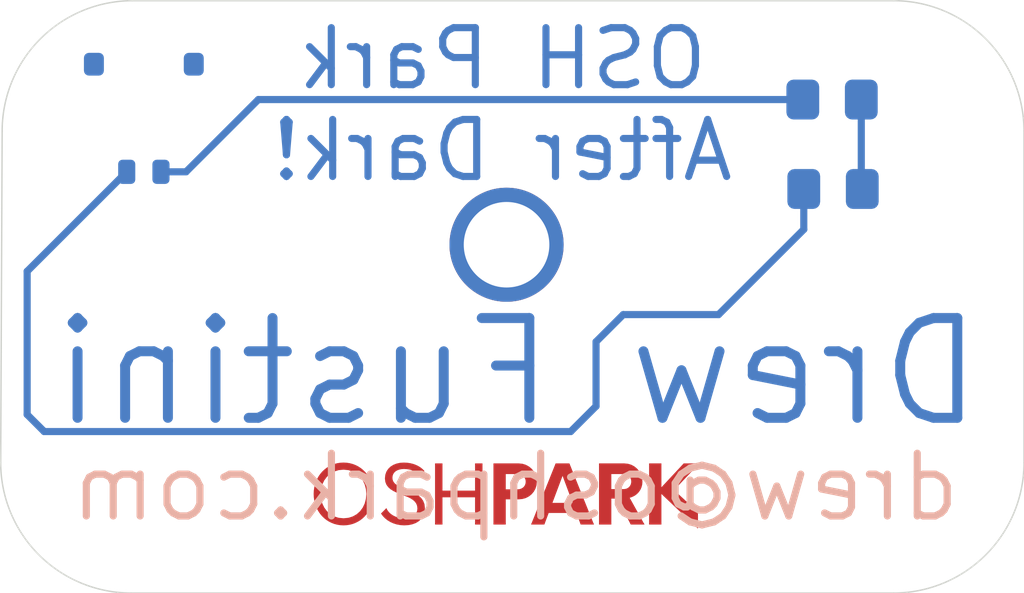
<source format=kicad_pcb>
(kicad_pcb (version 20171130) (host pcbnew 5.1.4-e60b266~84~ubuntu19.04.1)

  (general
    (thickness 1.6)
    (drawings 13)
    (tracks 16)
    (zones 0)
    (modules 4)
    (nets 1)
  )

  (page A4)
  (layers
    (0 F.Cu signal)
    (31 B.Cu signal hide)
    (32 B.Adhes user)
    (33 F.Adhes user)
    (34 B.Paste user)
    (35 F.Paste user)
    (36 B.SilkS user hide)
    (37 F.SilkS user)
    (38 B.Mask user hide)
    (39 F.Mask user)
    (40 Dwgs.User user)
    (41 Cmts.User user)
    (42 Eco1.User user)
    (43 Eco2.User user)
    (44 Edge.Cuts user)
    (45 Margin user)
    (46 B.CrtYd user)
    (47 F.CrtYd user)
    (48 B.Fab user)
    (49 F.Fab user)
  )

  (setup
    (last_trace_width 0.25)
    (trace_clearance 0.2)
    (zone_clearance 0.508)
    (zone_45_only no)
    (trace_min 0.2)
    (via_size 0.8)
    (via_drill 0.4)
    (via_min_size 0.4)
    (via_min_drill 0.3)
    (uvia_size 0.3)
    (uvia_drill 0.1)
    (uvias_allowed no)
    (uvia_min_size 0.2)
    (uvia_min_drill 0.1)
    (edge_width 0.05)
    (segment_width 0.2)
    (pcb_text_width 0.3)
    (pcb_text_size 1.5 1.5)
    (mod_edge_width 0.12)
    (mod_text_size 1 1)
    (mod_text_width 0.15)
    (pad_size 1.524 1.524)
    (pad_drill 0.762)
    (pad_to_mask_clearance 0.051)
    (solder_mask_min_width 0.25)
    (aux_axis_origin 0 0)
    (visible_elements FFFFEF7F)
    (pcbplotparams
      (layerselection 0x010fc_ffffffff)
      (usegerberextensions false)
      (usegerberattributes false)
      (usegerberadvancedattributes false)
      (creategerberjobfile false)
      (excludeedgelayer true)
      (linewidth 0.100000)
      (plotframeref false)
      (viasonmask false)
      (mode 1)
      (useauxorigin false)
      (hpglpennumber 1)
      (hpglpenspeed 20)
      (hpglpendiameter 15.000000)
      (psnegative false)
      (psa4output false)
      (plotreference true)
      (plotvalue true)
      (plotinvisibletext false)
      (padsonsilk false)
      (subtractmaskfromsilk false)
      (outputformat 1)
      (mirror false)
      (drillshape 1)
      (scaleselection 1)
      (outputdirectory ""))
  )

  (net 0 "")

  (net_class Default "This is the default net class."
    (clearance 0.2)
    (trace_width 0.25)
    (via_dia 0.8)
    (via_drill 0.4)
    (uvia_dia 0.3)
    (uvia_drill 0.1)
  )

  (module Connector_JST:JST_ACH_BM02B-ACHSS-GAN-ETF_1x02-1MP_P1.20mm_Vertical (layer B.Cu) (tedit 5DE801C1) (tstamp 5DE8C4FD)
    (at 131.7117 65.8495)
    (descr "JST ACH series connector, BM02B-ACHSS-GAN-ETF (http://www.jst-mfg.com/product/pdf/eng/eACH.pdf), generated with kicad-footprint-generator")
    (tags "connector JST ACH vertical")
    (attr smd)
    (fp_text reference REF** (at 0 3.5) (layer B.SilkS) hide
      (effects (font (size 1 1) (thickness 0.15)) (justify mirror))
    )
    (fp_text value JST_ACH_BM02B-ACHSS-GAN-ETF_1x02-1MP_P1.20mm_Vertical (at 0 -3.5) (layer B.Fab) hide
      (effects (font (size 1 1) (thickness 0.15)) (justify mirror))
    )
    (fp_text user %R (at 0 0) (layer B.Fab) hide
      (effects (font (size 1 1) (thickness 0.15)) (justify mirror))
    )
    (fp_line (start -0.6 1.292893) (end -0.1 2) (layer B.Fab) (width 0.1))
    (fp_line (start -1.1 2) (end -0.6 1.292893) (layer B.Fab) (width 0.1))
    (fp_line (start 2.6 2.8) (end -2.6 2.8) (layer B.CrtYd) (width 0.05))
    (fp_line (start 2.6 -2.8) (end 2.6 2.8) (layer B.CrtYd) (width 0.05))
    (fp_line (start -2.6 -2.8) (end 2.6 -2.8) (layer B.CrtYd) (width 0.05))
    (fp_line (start -2.6 2.8) (end -2.6 -2.8) (layer B.CrtYd) (width 0.05))
    (fp_line (start 2.1 2) (end 2.1 -2.3) (layer B.Fab) (width 0.1))
    (fp_line (start -2.1 2) (end -2.1 -2.3) (layer B.Fab) (width 0.1))
    (fp_line (start 0.9 -2.3) (end 2.1 -2.3) (layer B.Fab) (width 0.1))
    (fp_line (start 0.5 -1.8) (end 0.9 -2.3) (layer B.Fab) (width 0.1))
    (fp_line (start -0.5 -1.8) (end 0.5 -1.8) (layer B.Fab) (width 0.1))
    (fp_line (start -0.9 -2.3) (end -0.5 -1.8) (layer B.Fab) (width 0.1))
    (fp_line (start -2.1 -2.3) (end -0.9 -2.3) (layer B.Fab) (width 0.1))
    (fp_line (start -2.1 2) (end 2.1 2) (layer B.Fab) (width 0.1))
    (pad MP smd roundrect (at 1.75 -1.9) (size 0.7 0.8) (layers B.Cu B.Paste B.Mask) (roundrect_rratio 0.25))
    (pad MP smd roundrect (at -1.75 -1.9) (size 0.7 0.8) (layers B.Cu B.Paste B.Mask) (roundrect_rratio 0.25))
    (pad 2 smd roundrect (at 0.6 1.875) (size 0.6 0.85) (layers B.Cu B.Paste B.Mask) (roundrect_rratio 0.25))
    (pad 1 smd roundrect (at -0.6 1.875) (size 0.6 0.85) (layers B.Cu B.Paste B.Mask) (roundrect_rratio 0.25))
    (model ${KISYS3DMOD}/Connector_JST.3dshapes/JST_ACH_BM02B-ACHSS-GAN-ETF_1x02-1MP_P1.20mm_Vertical.wrl
      (at (xyz 0 0 0))
      (scale (xyz 1 1 1))
      (rotate (xyz 0 0 0))
    )
  )

  (module Capacitor_SMD:C_0805_2012Metric_Pad1.15x1.40mm_HandSolder (layer B.Cu) (tedit 5DE80171) (tstamp 5DE89C17)
    (at 155.8327 65.1891)
    (descr "Capacitor SMD 0805 (2012 Metric), square (rectangular) end terminal, IPC_7351 nominal with elongated pad for handsoldering. (Body size source: https://docs.google.com/spreadsheets/d/1BsfQQcO9C6DZCsRaXUlFlo91Tg2WpOkGARC1WS5S8t0/edit?usp=sharing), generated with kicad-footprint-generator")
    (tags "capacitor handsolder")
    (attr smd)
    (fp_text reference REF** (at 0 1.65) (layer B.SilkS) hide
      (effects (font (size 1 1) (thickness 0.15)) (justify mirror))
    )
    (fp_text value C_0805_2012Metric_Pad1.15x1.40mm_HandSolder (at 0 -1.65) (layer B.Fab) hide
      (effects (font (size 1 1) (thickness 0.15)) (justify mirror))
    )
    (fp_text user %R (at 0.2667 0.1397) (layer B.Fab) hide
      (effects (font (size 0.5 0.5) (thickness 0.08)) (justify mirror))
    )
    (fp_line (start 1.85 -0.95) (end -1.85 -0.95) (layer B.CrtYd) (width 0.05))
    (fp_line (start 1.85 0.95) (end 1.85 -0.95) (layer B.CrtYd) (width 0.05))
    (fp_line (start -1.85 0.95) (end 1.85 0.95) (layer B.CrtYd) (width 0.05))
    (fp_line (start -1.85 -0.95) (end -1.85 0.95) (layer B.CrtYd) (width 0.05))
    (fp_line (start 1 -0.6) (end -1 -0.6) (layer B.Fab) (width 0.1))
    (fp_line (start 1 0.6) (end 1 -0.6) (layer B.Fab) (width 0.1))
    (fp_line (start -1 0.6) (end 1 0.6) (layer B.Fab) (width 0.1))
    (fp_line (start -1 -0.6) (end -1 0.6) (layer B.Fab) (width 0.1))
    (pad 2 smd roundrect (at 1.025 0) (size 1.15 1.4) (layers B.Cu B.Paste B.Mask) (roundrect_rratio 0.217391))
    (pad 1 smd roundrect (at -1.025 0) (size 1.15 1.4) (layers B.Cu B.Paste B.Mask) (roundrect_rratio 0.217391))
    (model ${KISYS3DMOD}/Capacitor_SMD.3dshapes/C_0805_2012Metric.wrl
      (at (xyz 0 0 0))
      (scale (xyz 1 1 1))
      (rotate (xyz 0 0 0))
    )
  )

  (module LED_SMD:LED_0805_2012Metric_Pad1.15x1.40mm_HandSolder (layer B.Cu) (tedit 5DE8015F) (tstamp 5DE8C68C)
    (at 155.8671 68.326 180)
    (descr "LED SMD 0805 (2012 Metric), square (rectangular) end terminal, IPC_7351 nominal, (Body size source: https://docs.google.com/spreadsheets/d/1BsfQQcO9C6DZCsRaXUlFlo91Tg2WpOkGARC1WS5S8t0/edit?usp=sharing), generated with kicad-footprint-generator")
    (tags "LED handsolder")
    (attr smd)
    (fp_text reference REF** (at 0 1.65 180) (layer B.SilkS) hide
      (effects (font (size 1 1) (thickness 0.15)) (justify mirror))
    )
    (fp_text value LED_0805_2012Metric_Pad1.15x1.40mm_HandSolder (at 0 -1.65 180) (layer B.Fab) hide
      (effects (font (size 1 1) (thickness 0.15)) (justify mirror))
    )
    (fp_text user %R (at 0 0 180) (layer B.Fab) hide
      (effects (font (size 0.5 0.5) (thickness 0.08)) (justify mirror))
    )
    (fp_line (start 1.85 -0.95) (end -1.85 -0.95) (layer B.CrtYd) (width 0.05))
    (fp_line (start 1.85 0.95) (end 1.85 -0.95) (layer B.CrtYd) (width 0.05))
    (fp_line (start -1.85 0.95) (end 1.85 0.95) (layer B.CrtYd) (width 0.05))
    (fp_line (start -1.85 -0.95) (end -1.85 0.95) (layer B.CrtYd) (width 0.05))
    (fp_line (start 1 -0.6) (end 1 0.6) (layer B.Fab) (width 0.1))
    (fp_line (start -1 -0.6) (end 1 -0.6) (layer B.Fab) (width 0.1))
    (fp_line (start -1 0.3) (end -1 -0.6) (layer B.Fab) (width 0.1))
    (fp_line (start -0.7 0.6) (end -1 0.3) (layer B.Fab) (width 0.1))
    (fp_line (start 1 0.6) (end -0.7 0.6) (layer B.Fab) (width 0.1))
    (pad 2 smd roundrect (at 1.025 0 180) (size 1.15 1.4) (layers B.Cu B.Paste B.Mask) (roundrect_rratio 0.217391))
    (pad 1 smd roundrect (at -1.025 0 180) (size 1.15 1.4) (layers B.Cu B.Paste B.Mask) (roundrect_rratio 0.217391))
    (model ${KISYS3DMOD}/LED_SMD.3dshapes/LED_0805_2012Metric.wrl
      (at (xyz 0 0 0))
      (scale (xyz 1 1 1))
      (rotate (xyz 0 0 0))
    )
  )

  (module oshpark:OSH_small_silk (layer F.Cu) (tedit 5DE698FC) (tstamp 5D572782)
    (at 144.4244 71.8312)
    (descr "Imported from OSHPARK.svg")
    (tags svg2mod)
    (attr smd)
    (fp_text reference OSH_small (at 0 -11.457835) (layer F.Cu) hide
      (effects (font (size 1.524 1.524) (thickness 0.3048)))
    )
    (fp_text value G*** (at 0 11.457835) (layer F.Cu) hide
      (effects (font (size 1.524 1.524) (thickness 0.3048)))
    )
    (fp_poly (pts (xy 6.76111 6.120635) (xy 6.20884 6.120635) (xy 5.42765 6.959055) (xy 5.42765 6.120635)
      (xy 4.99557 6.120635) (xy 4.99557 8.266755) (xy 5.42765 8.266755) (xy 5.42765 7.193695)
      (xy 6.7096 8.409835) (xy 6.7096 7.831805) (xy 5.87118 7.056345) (xy 6.76111 6.120635)) (layer F.Cu) (width 0))
    (fp_poly (pts (xy 4.31659 7.328185) (xy 4.11009 7.022185) (xy 3.67228 7.022185) (xy 3.67228 6.495675)
      (xy 4.11009 6.495675) (xy 4.16319 6.500675) (xy 4.21239 6.515675) (xy 4.25669 6.539575)
      (xy 4.29509 6.571375) (xy 4.32669 6.610075) (xy 4.35039 6.654875) (xy 4.36539 6.704775)
      (xy 4.37039 6.758775) (xy 4.36539 6.812775) (xy 4.35069 6.862675) (xy 4.32729 6.907475)
      (xy 4.29609 6.946175) (xy 4.25789 6.977975) (xy 4.21359 7.001875) (xy 4.16399 7.016875)
      (xy 4.11009 7.021875) (xy 4.11009 7.022185) (xy 4.31659 7.328185) (xy 4.41049 7.296585)
      (xy 4.49619 7.251785) (xy 4.57229 7.194785) (xy 4.63749 7.126585) (xy 4.69049 7.048185)
      (xy 4.72989 6.960585) (xy 4.75449 6.864785) (xy 4.76249 6.761805) (xy 4.74979 6.631575)
      (xy 4.71319 6.510755) (xy 4.65509 6.401815) (xy 4.57799 6.307215) (xy 4.48419 6.229415)
      (xy 4.37621 6.170715) (xy 4.25643 6.133715) (xy 4.12726 6.120815) (xy 3.2402 6.120815)
      (xy 3.2402 8.266935) (xy 3.67228 8.266935) (xy 3.67228 7.356985) (xy 3.88403 7.356985)
      (xy 4.35332 8.266935) (xy 4.83691 8.266935) (xy 4.31612 7.328365) (xy 4.31659 7.328185)) (layer F.Cu) (width 0))
    (fp_poly (pts (xy 2.59844 8.266755) (xy 1.96319 6.558445) (xy 2.31515 7.505595) (xy 1.60836 7.505595)
      (xy 1.96319 6.558445) (xy 2.59844 8.266755) (xy 3.06487 8.266755) (xy 2.20355 6.120635)
      (xy 1.71996 6.120635) (xy 0.85865 8.266755) (xy 1.32508 8.266755) (xy 1.47674 7.860425)
      (xy 2.44678 7.860425) (xy 2.59844 8.266755)) (layer F.Cu) (width 0))
    (fp_poly (pts (xy 0.00118 -8.409695) (xy 0.00043 -3.623025) (xy 0.21316 -3.612325) (xy 0.41974 -3.580825)
      (xy 0.61914 -3.529525) (xy 0.81031 -3.459525) (xy 0.99219 -3.371925) (xy 1.16375 -3.267695)
      (xy 1.32394 -3.147905) (xy 1.4717 -3.013605) (xy 1.606 -2.865845) (xy 1.72579 -2.705655)
      (xy 1.83001 -2.534105) (xy 1.91761 -2.352215) (xy 1.98761 -2.161055) (xy 2.03891 -1.961655)
      (xy 2.07041 -1.755065) (xy 2.08111 -1.542335) (xy 2.07041 -1.329495) (xy 2.03891 -1.122805)
      (xy 1.98771 -0.923315) (xy 1.91781 -0.732055) (xy 1.83021 -0.550075) (xy 1.726 -0.378435)
      (xy 1.60622 -0.218175) (xy 1.47192 -0.070335) (xy 1.32415 0.064025) (xy 1.16396 0.183875)
      (xy 0.99238 0.288155) (xy 0.81047 0.375855) (xy 0.61928 0.445855) (xy 0.41984 0.497155)
      (xy 0.21321 0.528655) (xy 0.00043 0.539455) (xy -0.21235 0.528655) (xy -0.41897 0.497155)
      (xy -0.6184 0.445855) (xy -0.80958 0.375855) (xy -0.99147 0.288155) (xy -1.16302 0.183875)
      (xy -1.3232 0.064025) (xy -1.47095 -0.070335) (xy -1.60524 -0.218175) (xy -1.72501 -0.378435)
      (xy -1.82922 -0.550075) (xy -1.91682 -0.732055) (xy -1.98682 -0.923315) (xy -2.03812 -1.122805)
      (xy -2.06962 -1.329495) (xy -2.08032 -1.542335) (xy -2.06962 -1.755065) (xy -2.03812 -1.961655)
      (xy -1.98682 -2.161055) (xy -1.91682 -2.352215) (xy -1.82922 -2.534105) (xy -1.72501 -2.705655)
      (xy -1.60524 -2.865845) (xy -1.47095 -3.013605) (xy -1.3232 -3.147905) (xy -1.16302 -3.267695)
      (xy -0.99147 -3.371925) (xy -0.80958 -3.459525) (xy -0.6184 -3.529525) (xy -0.41897 -3.580825)
      (xy -0.21235 -3.612325) (xy 0.00043 -3.623025) (xy 0.00118 -8.409695) (xy -0.14129 -8.393995)
      (xy -0.2674 -8.349495) (xy -0.378 -8.279795) (xy -0.4739 -8.188495) (xy -0.556 -8.079355)
      (xy -0.6251 -7.956025) (xy -0.6821 -7.822195) (xy -0.7278 -7.681515) (xy -1.04856 -6.462625)
      (xy -1.30304 -6.403425) (xy -1.55293 -6.331225) (xy -2.43795 -7.223815) (xy -2.5541 -7.325575)
      (xy -2.67331 -7.414275) (xy -2.79523 -7.486675) (xy -2.91953 -7.539575) (xy -3.04586 -7.569675)
      (xy -3.17388 -7.573675) (xy -3.30323 -7.548275) (xy -3.43358 -7.490275) (xy -3.54913 -7.405275)
      (xy -3.63603 -7.303485) (xy -3.69693 -7.187695) (xy -3.73433 -7.060655) (xy -3.75073 -6.925095)
      (xy -3.74873 -6.783755) (xy -3.73103 -6.639375) (xy -3.70003 -6.494705) (xy -3.36893 -5.282225)
      (xy -3.55878 -5.102185) (xy -3.73879 -4.912505) (xy -4.95156 -5.242875) (xy -5.10317 -5.273475)
      (xy -5.25088 -5.290975) (xy -5.39277 -5.292975) (xy -5.5269 -5.276575) (xy -5.65135 -5.239375)
      (xy -5.76419 -5.178675) (xy -5.86349 -5.091975) (xy -5.94729 -4.976645) (xy -6.00489 -4.845335)
      (xy -6.02929 -4.713775) (xy -6.02429 -4.583095) (xy -5.99309 -4.454385) (xy -5.93949 -4.328745)
      (xy -5.86709 -4.207285) (xy -5.77959 -4.091105) (xy -5.68049 -3.981305) (xy -4.78848 -3.096875)
      (xy -4.86248 -2.846755) (xy -4.92388 -2.591195) (xy -6.13913 -2.271315) (xy -6.28557 -2.221815)
      (xy -6.42211 -2.163015) (xy -6.54579 -2.093715) (xy -6.65364 -2.012515) (xy -6.74264 -1.918115)
      (xy -6.80994 -1.809295) (xy -6.85244 -1.684715) (xy -6.86724 -1.543065) (xy -6.85154 -1.400675)
      (xy -6.80704 -1.274595) (xy -6.73724 -1.163985) (xy -6.64594 -1.068085) (xy -6.5368 -0.985985)
      (xy -6.41347 -0.916885) (xy -6.27964 -0.859985) (xy -6.13897 -0.814385) (xy -4.92372 -0.494365)
      (xy -4.86232 -0.239235) (xy -4.78842 0.010885) (xy -5.68043 0.895605) (xy -5.78261 1.011585)
      (xy -5.87161 1.130695) (xy -5.94411 1.252585) (xy -5.99701 1.376885) (xy -6.02701 1.503265)
      (xy -6.03101 1.631355) (xy -6.00551 1.760795) (xy -5.94741 1.891235) (xy -5.86251 2.006695)
      (xy -5.76079 2.093495) (xy -5.64502 2.154295) (xy -5.51794 2.191595) (xy -5.38232 2.207995)
      (xy -5.24091 2.205995) (xy -5.09648 2.188395) (xy -4.95178 2.157595) (xy -3.73916 1.826495)
      (xy -3.55915 2.015885) (xy -3.36929 2.196065) (xy -3.70039 3.409125) (xy -3.73109 3.560565)
      (xy -3.74869 3.708175) (xy -3.75069 3.850005) (xy -3.73429 3.984105) (xy -3.69709 4.108515)
      (xy -3.63639 4.221295) (xy -3.54959 4.320495) (xy -3.43416 4.404195) (xy -3.30285 4.461895)
      (xy -3.17132 4.486395) (xy -3.04066 4.481395) (xy -2.91197 4.450195) (xy -2.78636 4.396595)
      (xy -2.66492 4.324295) (xy -2.54876 4.236795) (xy -2.43897 4.137795) (xy -1.55409 3.245195)
      (xy -1.30401 3.319295) (xy -1.0487 3.380995) (xy -0.72882 4.596245) (xy -0.67942 4.742405)
      (xy -0.62072 4.878745) (xy -0.55142 5.002265) (xy -0.47012 5.110005) (xy -0.37562 5.199005)
      (xy -0.26663 5.266305) (xy -0.14183 5.308805) (xy 0.0001 5.323605) (xy 0.1423 5.307905)
      (xy 0.26821 5.263405) (xy 0.37868 5.193705) (xy 0.47448 5.102505) (xy 0.55658 4.993495)
      (xy 0.62568 4.870315) (xy 0.68268 4.736655) (xy 0.72838 4.596185) (xy 1.04825 3.380645)
      (xy 1.30343 3.319445) (xy 1.55379 3.245445) (xy 2.43852 4.137905) (xy 2.55442 4.240085)
      (xy 2.67348 4.329085) (xy 2.79535 4.401685) (xy 2.91965 4.454585) (xy 3.04602 4.484585)
      (xy 3.17409 4.488585) (xy 3.30349 4.462985) (xy 3.43386 4.404785) (xy 3.5493 4.319985)
      (xy 3.6361 4.218365) (xy 3.6969 4.102685) (xy 3.7342 3.975695) (xy 3.7507 3.840155)
      (xy 3.7487 3.698805) (xy 3.7312 3.554415) (xy 3.7006 3.409725) (xy 3.36921 2.196675)
      (xy 3.55866 2.016495) (xy 3.73849 1.827095) (xy 4.95155 2.158195) (xy 5.10316 2.188595)
      (xy 5.25086 2.205995) (xy 5.39274 2.207995) (xy 5.52685 2.191495) (xy 5.65126 2.154195)
      (xy 5.76405 2.093495) (xy 5.86325 2.006695) (xy 5.94695 1.891265) (xy 6.00455 1.759975)
      (xy 6.02895 1.628485) (xy 6.02395 1.497875) (xy 5.99275 1.369255) (xy 5.93915 1.243685)
      (xy 5.86685 1.122265) (xy 5.77935 1.006085) (xy 5.68035 0.896225) (xy 4.78804 0.011495)
      (xy 4.86214 -0.238625) (xy 4.92344 -0.493755) (xy 6.13868 -0.813785) (xy 6.28522 -0.863185)
      (xy 6.42183 -0.921885) (xy 6.54556 -0.991285) (xy 6.65344 -1.072585) (xy 6.74254 -1.167085)
      (xy 6.80984 -1.276075) (xy 6.85244 -1.400845) (xy 6.86724 -1.542705) (xy 6.85194 -1.684715)
      (xy 6.80764 -1.810495) (xy 6.73804 -1.920855) (xy 6.64694 -2.016655) (xy 6.53789 -2.098655)
      (xy 6.41461 -2.167755) (xy 6.2808 -2.224755) (xy 6.14013 -2.270455) (xy 4.92488 -2.590335)
      (xy 4.86358 -2.845855) (xy 4.78948 -3.095735) (xy 5.68179 -3.980895) (xy 5.78395 -4.096695)
      (xy 5.87285 -4.215675) (xy 5.94535 -4.337485) (xy 5.99815 -4.461745) (xy 6.02805 -4.588095)
      (xy 6.03205 -4.716185) (xy 6.00655 -4.845635) (xy 5.94845 -4.976085) (xy 5.86365 -5.091375)
      (xy 5.76206 -5.178075) (xy 5.64641 -5.238875) (xy 5.51943 -5.276175) (xy 5.38387 -5.292675)
      (xy 5.24246 -5.290675) (xy 5.09796 -5.273075) (xy 4.9531 -5.242275) (xy 3.74019 -4.911755)
      (xy 3.5604 -5.101105) (xy 3.3712 -5.281035) (xy 3.70215 -6.493945) (xy 3.73265 -6.645465)
      (xy 3.75005 -6.793085) (xy 3.75205 -6.934915) (xy 3.73565 -7.069005) (xy 3.69835 -7.193445)
      (xy 3.63755 -7.306295) (xy 3.55075 -7.405695) (xy 3.43522 -7.489595) (xy 3.30408 -7.547095)
      (xy 3.17265 -7.571395) (xy 3.04204 -7.566395) (xy 2.91335 -7.535095) (xy 2.78769 -7.481395)
      (xy 2.66618 -7.408995) (xy 2.54992 -7.321595) (xy 2.44003 -7.222795) (xy 1.55545 -6.330485)
      (xy 1.30598 -6.402785) (xy 1.05107 -6.462485) (xy 0.73018 -7.681375) (xy 0.68058 -7.827915)
      (xy 0.62168 -7.964525) (xy 0.55228 -8.088255) (xy 0.47098 -8.196135) (xy 0.37658 -8.285235)
      (xy 0.2677 -8.352535) (xy 0.14304 -8.395035) (xy 0.0013 -8.409835) (xy 0.00118 -8.409695)) (layer F.Mask) (width 0.073847))
    (fp_poly (pts (xy 0.42791 6.120635) (xy -0.02711 6.495535) (xy 0.38781 6.495535) (xy 0.44521 6.500535)
      (xy 0.49851 6.515035) (xy 0.54661 6.538335) (xy 0.58851 6.569635) (xy 0.62301 6.608335)
      (xy 0.64901 6.653735) (xy 0.66541 6.705135) (xy 0.67141 6.761735) (xy 0.66541 6.820135)
      (xy 0.64901 6.872535) (xy 0.62301 6.918535) (xy 0.58851 6.957435) (xy 0.54661 6.988635)
      (xy 0.49851 7.011635) (xy 0.44521 7.025835) (xy 0.38781 7.030835) (xy 0.38781 7.030635)
      (xy -0.02711 7.030635) (xy -0.02711 6.495535) (xy 0.42791 6.120635) (xy -0.45915 6.120635)
      (xy -0.45915 8.266755) (xy -0.02707 8.266755) (xy -0.02707 7.382555) (xy 0.42791 7.382555)
      (xy 0.5579 7.370355) (xy 0.67807 7.335055) (xy 0.78609 7.278855) (xy 0.87969 7.203855)
      (xy 0.95649 7.112155) (xy 1.01419 7.006005) (xy 1.05049 6.887525) (xy 1.06309 6.758845)
      (xy 1.05049 6.630375) (xy 1.01419 6.510655) (xy 0.95649 6.402275) (xy 0.87969 6.307775)
      (xy 0.78609 6.229775) (xy 0.67807 6.170875) (xy 0.5579 6.133675) (xy 0.42791 6.120675)
      (xy 0.42791 6.120635)) (layer F.Cu) (width 0))
    (fp_poly (pts (xy -1.10433 6.120635) (xy -1.10433 7.076375) (xy -2.24607 7.076375) (xy -2.24607 6.120635)
      (xy -2.50646 6.120635) (xy -2.50646 8.266755) (xy -2.24607 8.266755) (xy -2.24607 7.311015)
      (xy -1.10433 7.311015) (xy -1.10433 8.266755) (xy -0.84394 8.266755) (xy -0.84394 6.120635)
      (xy -1.10433 6.120635)) (layer F.Cu) (width 0))
    (fp_poly (pts (xy -3.5907 8.295375) (xy -3.44187 8.286375) (xy -3.30406 8.258975) (xy -3.18001 8.212975)
      (xy -3.07241 8.147975) (xy -2.98401 8.063675) (xy -2.91751 7.959725) (xy -2.87561 7.835805)
      (xy -2.86101 7.691555) (xy -2.87691 7.552235) (xy -2.92141 7.434915) (xy -2.98981 7.336615)
      (xy -3.07751 7.254415) (xy -3.17982 7.185415) (xy -3.29208 7.126615) (xy -3.52784 7.027715)
      (xy -3.70664 6.955515) (xy -3.85727 6.872815) (xy -3.91627 6.823915) (xy -3.96127 6.768115)
      (xy -3.98997 6.703915) (xy -4.00007 6.629915) (xy -3.99207 6.554915) (xy -3.96807 6.490615)
      (xy -3.93017 6.436915) (xy -3.88027 6.393515) (xy -3.82017 6.360115) (xy -3.75177 6.336615)
      (xy -3.67677 6.322615) (xy -3.59697 6.317615) (xy -3.50107 6.322615) (xy -3.41297 6.336315)
      (xy -3.33277 6.358215) (xy -3.26037 6.387715) (xy -3.19597 6.424015) (xy -3.13947 6.466415)
      (xy -3.05047 6.566885) (xy -2.87592 6.389475) (xy -2.93462 6.327375) (xy -3.00322 6.270575)
      (xy -3.08132 6.219875) (xy -3.16862 6.176275) (xy -3.26472 6.140775) (xy -3.36936 6.114275)
      (xy -3.48217 6.097675) (xy -3.60284 6.091675) (xy -3.73476 6.100675) (xy -3.85823 6.127675)
      (xy -3.97043 6.172275) (xy -4.06853 6.234275) (xy -4.14973 6.313275) (xy -4.21123 6.408975)
      (xy -4.25023 6.521165) (xy -4.26383 6.649475) (xy -4.24983 6.769025) (xy -4.21043 6.869725)
      (xy -4.14943 6.954225) (xy -4.07063 7.025125) (xy -3.97793 7.085025) (xy -3.87509 7.136525)
      (xy -3.6543 7.224725) (xy -3.4565 7.304325) (xy -3.3666 7.348925) (xy -3.2866 7.399625)
      (xy -3.2195 7.458525) (xy -3.1682 7.527725) (xy -3.1357 7.609325) (xy -3.1249 7.705425)
      (xy -3.1349 7.789025) (xy -3.1618 7.860025) (xy -3.2038 7.918825) (xy -3.2593 7.965825)
      (xy -3.3266 8.001625) (xy -3.404 8.026625) (xy -3.4899 8.041225) (xy -3.5826 8.046225)
      (xy -3.69075 8.039225) (xy -3.79323 8.020125) (xy -3.88863 7.989225) (xy -3.97563 7.947425)
      (xy -4.05283 7.895625) (xy -4.11893 7.834625) (xy -4.17243 7.765125) (xy -4.21203 7.688125)
      (xy -4.40088 7.879845) (xy -4.33778 7.967545) (xy -4.26108 8.047345) (xy -4.17208 8.118045)
      (xy -4.07218 8.178545) (xy -3.96276 8.227645) (xy -3.84518 8.264145) (xy -3.72084 8.286945)
      (xy -3.59109 8.294945) (xy -3.5907 8.295375)) (layer F.Cu) (width 0))
    (fp_poly (pts (xy -5.71389 8.295375) (xy -5.71389 8.046425) (xy -5.88469 8.029425) (xy -6.03947 7.980425)
      (xy -6.17614 7.902625) (xy -6.29262 7.799265) (xy -6.38682 7.673515) (xy -6.45672 7.528545)
      (xy -6.50022 7.367545) (xy -6.51512 7.193705) (xy -6.50022 7.019865) (xy -6.45672 6.858865)
      (xy -6.38682 6.713895) (xy -6.29262 6.588145) (xy -6.17614 6.484785) (xy -6.03947 6.406985)
      (xy -5.88469 6.357985) (xy -5.71389 6.340985) (xy -5.54238 6.357985) (xy -5.38754 6.406985)
      (xy -5.25128 6.484785) (xy -5.13551 6.588145) (xy -5.04211 6.713895) (xy -4.97301 6.858865)
      (xy -4.93021 7.019865) (xy -4.91551 7.193705) (xy -4.93021 7.367545) (xy -4.97301 7.528545)
      (xy -5.04211 7.673515) (xy -5.13551 7.799265) (xy -5.25128 7.902625) (xy -5.38754 7.980425)
      (xy -5.54238 8.029425) (xy -5.71389 8.046425) (xy -5.71389 8.295375) (xy -5.60215 8.289375)
      (xy -5.49471 8.272675) (xy -5.39197 8.245575) (xy -5.29437 8.208575) (xy -5.20217 8.162275)
      (xy -5.11587 8.107175) (xy -5.03597 8.043775) (xy -4.96277 7.972775) (xy -4.89667 7.894575)
      (xy -4.83807 7.809775) (xy -4.78737 7.718975) (xy -4.74497 7.622675) (xy -4.71127 7.521405)
      (xy -4.68667 7.415745) (xy -4.67167 7.306225) (xy -4.66667 7.193415) (xy -4.67167 7.080595)
      (xy -4.68667 6.971085) (xy -4.71127 6.865415) (xy -4.74497 6.764145) (xy -4.78737 6.667845)
      (xy -4.83807 6.577045) (xy -4.89667 6.492245) (xy -4.96277 6.414045) (xy -5.03597 6.342945)
      (xy -5.11587 6.279545) (xy -5.20217 6.224445) (xy -5.29437 6.178145) (xy -5.39197 6.141145)
      (xy -5.49471 6.114045) (xy -5.60215 6.097345) (xy -5.71389 6.091345) (xy -5.82609 6.097345)
      (xy -5.93388 6.114045) (xy -6.03687 6.141145) (xy -6.13467 6.178145) (xy -6.22687 6.224445)
      (xy -6.31307 6.279545) (xy -6.39297 6.342945) (xy -6.46607 6.414045) (xy -6.53207 6.492245)
      (xy -6.59047 6.577045) (xy -6.64097 6.667845) (xy -6.68317 6.764145) (xy -6.71667 6.865415)
      (xy -6.74107 6.971085) (xy -6.75597 7.080595) (xy -6.76097 7.193415) (xy -6.75597 7.306225)
      (xy -6.74107 7.415745) (xy -6.71667 7.521405) (xy -6.68317 7.622675) (xy -6.64097 7.718975)
      (xy -6.59047 7.809775) (xy -6.53207 7.894575) (xy -6.46607 7.972775) (xy -6.39297 8.043775)
      (xy -6.31307 8.107175) (xy -6.22687 8.162275) (xy -6.13467 8.208575) (xy -6.03687 8.245575)
      (xy -5.93388 8.272675) (xy -5.82609 8.289375) (xy -5.71389 8.295375)) (layer F.Cu) (width 0))
  )

  (gr_text "Drew Fustini" (at 144.8054 74.7522) (layer B.Mask) (tstamp 5DE7288D)
    (effects (font (size 3.5 3.5) (thickness 0.35)) (justify mirror))
  )
  (gr_text drew@oshpark.com (at 144.7292 78.7908) (layer B.SilkS) (tstamp 5D57279B)
    (effects (font (size 2.2 2.2) (thickness 0.25)) (justify mirror))
  )
  (gr_text "Drew Fustini" (at 144.8054 74.7522) (layer B.Paste) (tstamp 5D570DC8)
    (effects (font (size 3.5 3.5) (thickness 0.35)) (justify mirror))
  )
  (gr_text "Drew Fustini" (at 144.8054 74.7522) (layer B.Cu) (tstamp 5D3E808C)
    (effects (font (size 3.5 3.5) (thickness 0.35)) (justify mirror))
  )
  (gr_text "OSH Park\nAfter Dark!" (at 144.28216 65.36436) (layer B.Cu) (tstamp 5DE8CAC7)
    (effects (font (size 2 2) (thickness 0.25)) (justify mirror))
  )
  (gr_line (start 126.746 66.294) (end 126.6952 77.9272) (layer Edge.Cuts) (width 0.05) (tstamp 5CD3EA20))
  (gr_line (start 157.988 82.4992) (end 131.2672 82.4992) (layer Edge.Cuts) (width 0.05) (tstamp 5CD3EA01))
  (gr_line (start 162.56 66.294) (end 162.56 77.9272) (layer Edge.Cuts) (width 0.05) (tstamp 5CD3E9C1))
  (gr_line (start 131.318 61.722) (end 157.988 61.722) (layer Edge.Cuts) (width 0.05) (tstamp 5CD3E9A9))
  (gr_arc (start 157.988 77.9272) (end 157.988 82.4992) (angle -90) (layer Edge.Cuts) (width 0.05) (tstamp 5CD3E94D))
  (gr_arc (start 131.2672 77.9272) (end 126.6952 77.9272) (angle -90) (layer Edge.Cuts) (width 0.05) (tstamp 5CD3E932))
  (gr_arc (start 131.318 66.294) (end 131.318 61.722) (angle -90) (layer Edge.Cuts) (width 0.05) (tstamp 5CD3E8FE))
  (gr_arc (start 157.988 66.294) (end 162.56 66.294) (angle -90) (layer Edge.Cuts) (width 0.05))

  (via (at 144.4244 70.2818) (size 4) (drill 3) (layers F.Cu B.Cu) (net 0))
  (segment (start 156.8577 68.2916) (end 156.8921 68.326) (width 0.25) (layer B.Cu) (net 0))
  (segment (start 156.8577 65.1891) (end 156.8577 68.2916) (width 0.25) (layer B.Cu) (net 0))
  (segment (start 154.8421 68.326) (end 154.8421 69.7447) (width 0.25) (layer B.Cu) (net 0))
  (segment (start 154.8421 69.7447) (end 151.8539 72.7329) (width 0.25) (layer B.Cu) (net 0))
  (segment (start 151.8539 72.7329) (end 148.5138 72.7329) (width 0.25) (layer B.Cu) (net 0))
  (segment (start 148.5138 72.7329) (end 147.5613 73.6854) (width 0.25) (layer B.Cu) (net 0))
  (segment (start 147.5613 73.6854) (end 147.5613 75.946) (width 0.25) (layer B.Cu) (net 0))
  (segment (start 146.671757 76.835543) (end 128.218657 76.835543) (width 0.25) (layer B.Cu) (net 0))
  (segment (start 147.5613 75.946) (end 146.671757 76.835543) (width 0.25) (layer B.Cu) (net 0))
  (segment (start 128.218657 76.835543) (end 127.6223 76.239186) (width 0.25) (layer B.Cu) (net 0))
  (segment (start 127.6223 71.2139) (end 131.1117 67.7245) (width 0.25) (layer B.Cu) (net 0))
  (segment (start 127.6223 76.239186) (end 127.6223 71.2139) (width 0.25) (layer B.Cu) (net 0))
  (segment (start 132.3117 67.7245) (end 133.1895 67.7245) (width 0.25) (layer B.Cu) (net 0))
  (segment (start 135.7249 65.1891) (end 154.8077 65.1891) (width 0.25) (layer B.Cu) (net 0))
  (segment (start 133.1895 67.7245) (end 135.7249 65.1891) (width 0.25) (layer B.Cu) (net 0))

)

</source>
